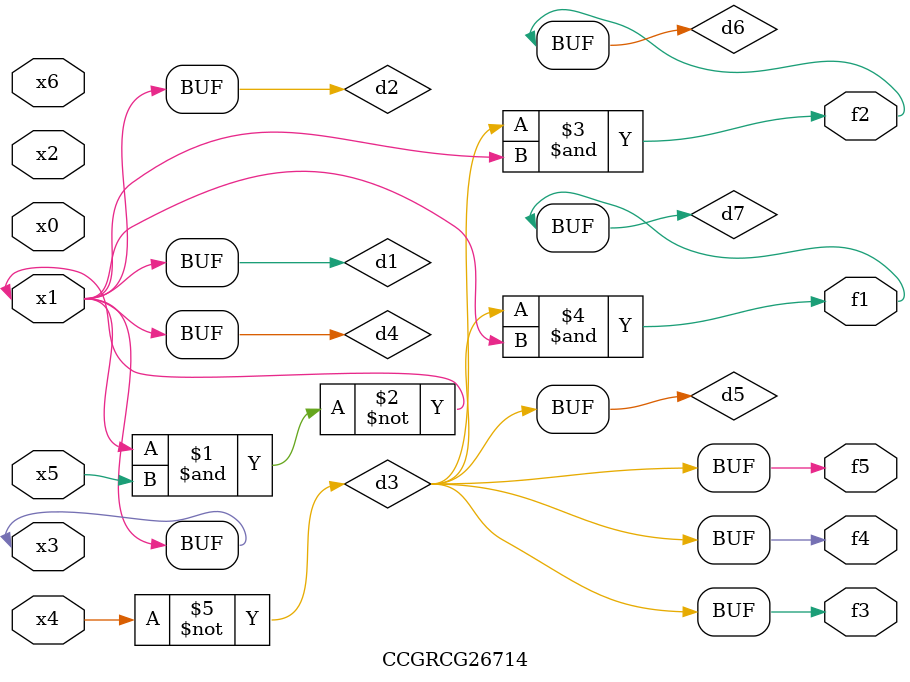
<source format=v>
module CCGRCG26714(
	input x0, x1, x2, x3, x4, x5, x6,
	output f1, f2, f3, f4, f5
);

	wire d1, d2, d3, d4, d5, d6, d7;

	buf (d1, x1, x3);
	nand (d2, x1, x5);
	not (d3, x4);
	buf (d4, d1, d2);
	buf (d5, d3);
	and (d6, d3, d4);
	and (d7, d3, d4);
	assign f1 = d7;
	assign f2 = d6;
	assign f3 = d5;
	assign f4 = d5;
	assign f5 = d5;
endmodule

</source>
